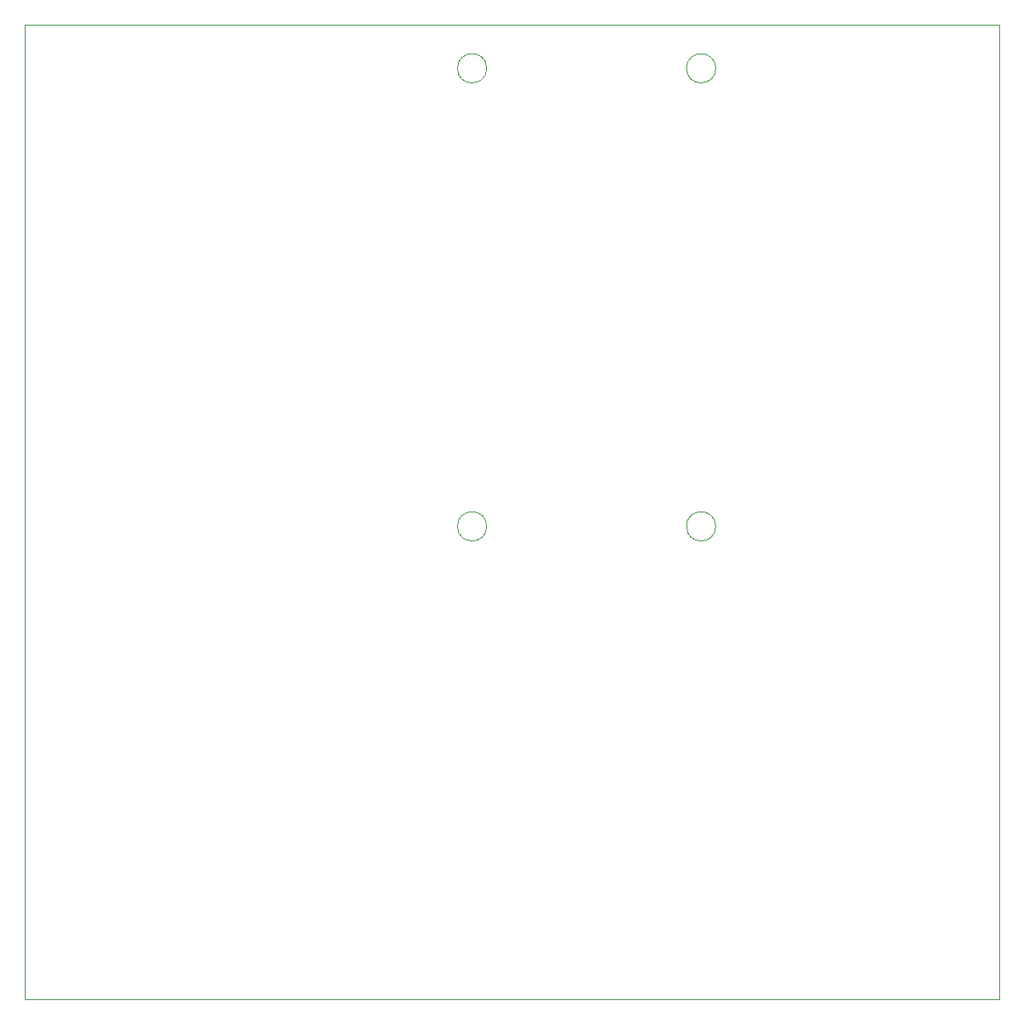
<source format=gbr>
%TF.GenerationSoftware,KiCad,Pcbnew,9.0.6*%
%TF.CreationDate,2025-11-27T10:25:12-05:00*%
%TF.ProjectId,Proyecto 2,50726f79-6563-4746-9f20-322e6b696361,rev?*%
%TF.SameCoordinates,Original*%
%TF.FileFunction,Profile,NP*%
%FSLAX46Y46*%
G04 Gerber Fmt 4.6, Leading zero omitted, Abs format (unit mm)*
G04 Created by KiCad (PCBNEW 9.0.6) date 2025-11-27 10:25:12*
%MOMM*%
%LPD*%
G01*
G04 APERTURE LIST*
%TA.AperFunction,Profile*%
%ADD10C,0.050000*%
%TD*%
%TA.AperFunction,Profile*%
%ADD11C,0.100000*%
%TD*%
G04 APERTURE END LIST*
D10*
X110500000Y-34500000D02*
X210500000Y-34500000D01*
X210500000Y-134500000D01*
X110500000Y-134500000D01*
X110500000Y-34500000D01*
D11*
%TO.C,U3*%
X157911595Y-38962091D02*
G75*
G02*
X154911595Y-38962091I-1500000J0D01*
G01*
X154911595Y-38962091D02*
G75*
G02*
X157911595Y-38962091I1500000J0D01*
G01*
X157911595Y-85962091D02*
G75*
G02*
X154911595Y-85962091I-1500000J0D01*
G01*
X154911595Y-85962091D02*
G75*
G02*
X157911595Y-85962091I1500000J0D01*
G01*
X181411595Y-38962091D02*
G75*
G02*
X178411595Y-38962091I-1500000J0D01*
G01*
X178411595Y-38962091D02*
G75*
G02*
X181411595Y-38962091I1500000J0D01*
G01*
X181411595Y-85962091D02*
G75*
G02*
X178411595Y-85962091I-1500000J0D01*
G01*
X178411595Y-85962091D02*
G75*
G02*
X181411595Y-85962091I1500000J0D01*
G01*
%TD*%
M02*

</source>
